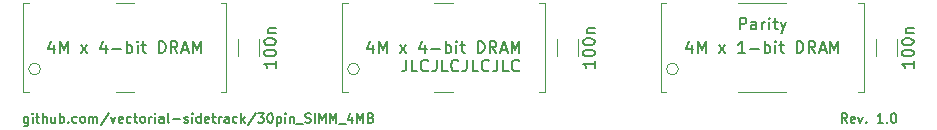
<source format=gbr>
%TF.GenerationSoftware,KiCad,Pcbnew,(5.1.9-0-10_14)*%
%TF.CreationDate,2021-02-23T13:25:15+01:00*%
%TF.ProjectId,30pin_SIMM_4MB,33307069-6e5f-4534-994d-4d5f344d422e,rev?*%
%TF.SameCoordinates,Original*%
%TF.FileFunction,Legend,Top*%
%TF.FilePolarity,Positive*%
%FSLAX46Y46*%
G04 Gerber Fmt 4.6, Leading zero omitted, Abs format (unit mm)*
G04 Created by KiCad (PCBNEW (5.1.9-0-10_14)) date 2021-02-23 13:25:15*
%MOMM*%
%LPD*%
G01*
G04 APERTURE LIST*
%ADD10C,0.150000*%
%ADD11C,0.120000*%
G04 APERTURE END LIST*
D10*
X168071428Y-87352380D02*
X168071428Y-86352380D01*
X168452380Y-86352380D01*
X168547619Y-86400000D01*
X168595238Y-86447619D01*
X168642857Y-86542857D01*
X168642857Y-86685714D01*
X168595238Y-86780952D01*
X168547619Y-86828571D01*
X168452380Y-86876190D01*
X168071428Y-86876190D01*
X169500000Y-87352380D02*
X169500000Y-86828571D01*
X169452380Y-86733333D01*
X169357142Y-86685714D01*
X169166666Y-86685714D01*
X169071428Y-86733333D01*
X169500000Y-87304761D02*
X169404761Y-87352380D01*
X169166666Y-87352380D01*
X169071428Y-87304761D01*
X169023809Y-87209523D01*
X169023809Y-87114285D01*
X169071428Y-87019047D01*
X169166666Y-86971428D01*
X169404761Y-86971428D01*
X169500000Y-86923809D01*
X169976190Y-87352380D02*
X169976190Y-86685714D01*
X169976190Y-86876190D02*
X170023809Y-86780952D01*
X170071428Y-86733333D01*
X170166666Y-86685714D01*
X170261904Y-86685714D01*
X170595238Y-87352380D02*
X170595238Y-86685714D01*
X170595238Y-86352380D02*
X170547619Y-86400000D01*
X170595238Y-86447619D01*
X170642857Y-86400000D01*
X170595238Y-86352380D01*
X170595238Y-86447619D01*
X170928571Y-86685714D02*
X171309523Y-86685714D01*
X171071428Y-86352380D02*
X171071428Y-87209523D01*
X171119047Y-87304761D01*
X171214285Y-87352380D01*
X171309523Y-87352380D01*
X171547619Y-86685714D02*
X171785714Y-87352380D01*
X172023809Y-86685714D02*
X171785714Y-87352380D01*
X171690476Y-87590476D01*
X171642857Y-87638095D01*
X171547619Y-87685714D01*
X139840952Y-89902380D02*
X139840952Y-90616666D01*
X139793333Y-90759523D01*
X139698095Y-90854761D01*
X139555238Y-90902380D01*
X139460000Y-90902380D01*
X140793333Y-90902380D02*
X140317142Y-90902380D01*
X140317142Y-89902380D01*
X141698095Y-90807142D02*
X141650476Y-90854761D01*
X141507619Y-90902380D01*
X141412380Y-90902380D01*
X141269523Y-90854761D01*
X141174285Y-90759523D01*
X141126666Y-90664285D01*
X141079047Y-90473809D01*
X141079047Y-90330952D01*
X141126666Y-90140476D01*
X141174285Y-90045238D01*
X141269523Y-89950000D01*
X141412380Y-89902380D01*
X141507619Y-89902380D01*
X141650476Y-89950000D01*
X141698095Y-89997619D01*
X142412380Y-89902380D02*
X142412380Y-90616666D01*
X142364761Y-90759523D01*
X142269523Y-90854761D01*
X142126666Y-90902380D01*
X142031428Y-90902380D01*
X143364761Y-90902380D02*
X142888571Y-90902380D01*
X142888571Y-89902380D01*
X144269523Y-90807142D02*
X144221904Y-90854761D01*
X144079047Y-90902380D01*
X143983809Y-90902380D01*
X143840952Y-90854761D01*
X143745714Y-90759523D01*
X143698095Y-90664285D01*
X143650476Y-90473809D01*
X143650476Y-90330952D01*
X143698095Y-90140476D01*
X143745714Y-90045238D01*
X143840952Y-89950000D01*
X143983809Y-89902380D01*
X144079047Y-89902380D01*
X144221904Y-89950000D01*
X144269523Y-89997619D01*
X144983809Y-89902380D02*
X144983809Y-90616666D01*
X144936190Y-90759523D01*
X144840952Y-90854761D01*
X144698095Y-90902380D01*
X144602857Y-90902380D01*
X145936190Y-90902380D02*
X145460000Y-90902380D01*
X145460000Y-89902380D01*
X146840952Y-90807142D02*
X146793333Y-90854761D01*
X146650476Y-90902380D01*
X146555238Y-90902380D01*
X146412380Y-90854761D01*
X146317142Y-90759523D01*
X146269523Y-90664285D01*
X146221904Y-90473809D01*
X146221904Y-90330952D01*
X146269523Y-90140476D01*
X146317142Y-90045238D01*
X146412380Y-89950000D01*
X146555238Y-89902380D01*
X146650476Y-89902380D01*
X146793333Y-89950000D01*
X146840952Y-89997619D01*
X147555238Y-89902380D02*
X147555238Y-90616666D01*
X147507619Y-90759523D01*
X147412380Y-90854761D01*
X147269523Y-90902380D01*
X147174285Y-90902380D01*
X148507619Y-90902380D02*
X148031428Y-90902380D01*
X148031428Y-89902380D01*
X149412380Y-90807142D02*
X149364761Y-90854761D01*
X149221904Y-90902380D01*
X149126666Y-90902380D01*
X148983809Y-90854761D01*
X148888571Y-90759523D01*
X148840952Y-90664285D01*
X148793333Y-90473809D01*
X148793333Y-90330952D01*
X148840952Y-90140476D01*
X148888571Y-90045238D01*
X148983809Y-89950000D01*
X149126666Y-89902380D01*
X149221904Y-89902380D01*
X149364761Y-89950000D01*
X149412380Y-89997619D01*
X107830833Y-94728571D02*
X107830833Y-95376190D01*
X107792738Y-95452380D01*
X107754642Y-95490476D01*
X107678452Y-95528571D01*
X107564166Y-95528571D01*
X107487976Y-95490476D01*
X107830833Y-95223809D02*
X107754642Y-95261904D01*
X107602261Y-95261904D01*
X107526071Y-95223809D01*
X107487976Y-95185714D01*
X107449880Y-95109523D01*
X107449880Y-94880952D01*
X107487976Y-94804761D01*
X107526071Y-94766666D01*
X107602261Y-94728571D01*
X107754642Y-94728571D01*
X107830833Y-94766666D01*
X108211785Y-95261904D02*
X108211785Y-94728571D01*
X108211785Y-94461904D02*
X108173690Y-94500000D01*
X108211785Y-94538095D01*
X108249880Y-94500000D01*
X108211785Y-94461904D01*
X108211785Y-94538095D01*
X108478452Y-94728571D02*
X108783214Y-94728571D01*
X108592738Y-94461904D02*
X108592738Y-95147619D01*
X108630833Y-95223809D01*
X108707023Y-95261904D01*
X108783214Y-95261904D01*
X109049880Y-95261904D02*
X109049880Y-94461904D01*
X109392738Y-95261904D02*
X109392738Y-94842857D01*
X109354642Y-94766666D01*
X109278452Y-94728571D01*
X109164166Y-94728571D01*
X109087976Y-94766666D01*
X109049880Y-94804761D01*
X110116547Y-94728571D02*
X110116547Y-95261904D01*
X109773690Y-94728571D02*
X109773690Y-95147619D01*
X109811785Y-95223809D01*
X109887976Y-95261904D01*
X110002261Y-95261904D01*
X110078452Y-95223809D01*
X110116547Y-95185714D01*
X110497500Y-95261904D02*
X110497500Y-94461904D01*
X110497500Y-94766666D02*
X110573690Y-94728571D01*
X110726071Y-94728571D01*
X110802261Y-94766666D01*
X110840357Y-94804761D01*
X110878452Y-94880952D01*
X110878452Y-95109523D01*
X110840357Y-95185714D01*
X110802261Y-95223809D01*
X110726071Y-95261904D01*
X110573690Y-95261904D01*
X110497500Y-95223809D01*
X111221309Y-95185714D02*
X111259404Y-95223809D01*
X111221309Y-95261904D01*
X111183214Y-95223809D01*
X111221309Y-95185714D01*
X111221309Y-95261904D01*
X111945119Y-95223809D02*
X111868928Y-95261904D01*
X111716547Y-95261904D01*
X111640357Y-95223809D01*
X111602261Y-95185714D01*
X111564166Y-95109523D01*
X111564166Y-94880952D01*
X111602261Y-94804761D01*
X111640357Y-94766666D01*
X111716547Y-94728571D01*
X111868928Y-94728571D01*
X111945119Y-94766666D01*
X112402261Y-95261904D02*
X112326071Y-95223809D01*
X112287976Y-95185714D01*
X112249880Y-95109523D01*
X112249880Y-94880952D01*
X112287976Y-94804761D01*
X112326071Y-94766666D01*
X112402261Y-94728571D01*
X112516547Y-94728571D01*
X112592738Y-94766666D01*
X112630833Y-94804761D01*
X112668928Y-94880952D01*
X112668928Y-95109523D01*
X112630833Y-95185714D01*
X112592738Y-95223809D01*
X112516547Y-95261904D01*
X112402261Y-95261904D01*
X113011785Y-95261904D02*
X113011785Y-94728571D01*
X113011785Y-94804761D02*
X113049880Y-94766666D01*
X113126071Y-94728571D01*
X113240357Y-94728571D01*
X113316547Y-94766666D01*
X113354642Y-94842857D01*
X113354642Y-95261904D01*
X113354642Y-94842857D02*
X113392738Y-94766666D01*
X113468928Y-94728571D01*
X113583214Y-94728571D01*
X113659404Y-94766666D01*
X113697500Y-94842857D01*
X113697500Y-95261904D01*
X114649880Y-94423809D02*
X113964166Y-95452380D01*
X114840357Y-94728571D02*
X115030833Y-95261904D01*
X115221309Y-94728571D01*
X115830833Y-95223809D02*
X115754642Y-95261904D01*
X115602261Y-95261904D01*
X115526071Y-95223809D01*
X115487976Y-95147619D01*
X115487976Y-94842857D01*
X115526071Y-94766666D01*
X115602261Y-94728571D01*
X115754642Y-94728571D01*
X115830833Y-94766666D01*
X115868928Y-94842857D01*
X115868928Y-94919047D01*
X115487976Y-94995238D01*
X116554642Y-95223809D02*
X116478452Y-95261904D01*
X116326071Y-95261904D01*
X116249880Y-95223809D01*
X116211785Y-95185714D01*
X116173690Y-95109523D01*
X116173690Y-94880952D01*
X116211785Y-94804761D01*
X116249880Y-94766666D01*
X116326071Y-94728571D01*
X116478452Y-94728571D01*
X116554642Y-94766666D01*
X116783214Y-94728571D02*
X117087976Y-94728571D01*
X116897500Y-94461904D02*
X116897500Y-95147619D01*
X116935595Y-95223809D01*
X117011785Y-95261904D01*
X117087976Y-95261904D01*
X117468928Y-95261904D02*
X117392738Y-95223809D01*
X117354642Y-95185714D01*
X117316547Y-95109523D01*
X117316547Y-94880952D01*
X117354642Y-94804761D01*
X117392738Y-94766666D01*
X117468928Y-94728571D01*
X117583214Y-94728571D01*
X117659404Y-94766666D01*
X117697500Y-94804761D01*
X117735595Y-94880952D01*
X117735595Y-95109523D01*
X117697500Y-95185714D01*
X117659404Y-95223809D01*
X117583214Y-95261904D01*
X117468928Y-95261904D01*
X118078452Y-95261904D02*
X118078452Y-94728571D01*
X118078452Y-94880952D02*
X118116547Y-94804761D01*
X118154642Y-94766666D01*
X118230833Y-94728571D01*
X118307023Y-94728571D01*
X118573690Y-95261904D02*
X118573690Y-94728571D01*
X118573690Y-94461904D02*
X118535595Y-94500000D01*
X118573690Y-94538095D01*
X118611785Y-94500000D01*
X118573690Y-94461904D01*
X118573690Y-94538095D01*
X119297500Y-95261904D02*
X119297500Y-94842857D01*
X119259404Y-94766666D01*
X119183214Y-94728571D01*
X119030833Y-94728571D01*
X118954642Y-94766666D01*
X119297500Y-95223809D02*
X119221309Y-95261904D01*
X119030833Y-95261904D01*
X118954642Y-95223809D01*
X118916547Y-95147619D01*
X118916547Y-95071428D01*
X118954642Y-94995238D01*
X119030833Y-94957142D01*
X119221309Y-94957142D01*
X119297500Y-94919047D01*
X119792738Y-95261904D02*
X119716547Y-95223809D01*
X119678452Y-95147619D01*
X119678452Y-94461904D01*
X120097500Y-94957142D02*
X120707023Y-94957142D01*
X121049880Y-95223809D02*
X121126071Y-95261904D01*
X121278452Y-95261904D01*
X121354642Y-95223809D01*
X121392738Y-95147619D01*
X121392738Y-95109523D01*
X121354642Y-95033333D01*
X121278452Y-94995238D01*
X121164166Y-94995238D01*
X121087976Y-94957142D01*
X121049880Y-94880952D01*
X121049880Y-94842857D01*
X121087976Y-94766666D01*
X121164166Y-94728571D01*
X121278452Y-94728571D01*
X121354642Y-94766666D01*
X121735595Y-95261904D02*
X121735595Y-94728571D01*
X121735595Y-94461904D02*
X121697500Y-94500000D01*
X121735595Y-94538095D01*
X121773690Y-94500000D01*
X121735595Y-94461904D01*
X121735595Y-94538095D01*
X122459404Y-95261904D02*
X122459404Y-94461904D01*
X122459404Y-95223809D02*
X122383214Y-95261904D01*
X122230833Y-95261904D01*
X122154642Y-95223809D01*
X122116547Y-95185714D01*
X122078452Y-95109523D01*
X122078452Y-94880952D01*
X122116547Y-94804761D01*
X122154642Y-94766666D01*
X122230833Y-94728571D01*
X122383214Y-94728571D01*
X122459404Y-94766666D01*
X123145119Y-95223809D02*
X123068928Y-95261904D01*
X122916547Y-95261904D01*
X122840357Y-95223809D01*
X122802261Y-95147619D01*
X122802261Y-94842857D01*
X122840357Y-94766666D01*
X122916547Y-94728571D01*
X123068928Y-94728571D01*
X123145119Y-94766666D01*
X123183214Y-94842857D01*
X123183214Y-94919047D01*
X122802261Y-94995238D01*
X123411785Y-94728571D02*
X123716547Y-94728571D01*
X123526071Y-94461904D02*
X123526071Y-95147619D01*
X123564166Y-95223809D01*
X123640357Y-95261904D01*
X123716547Y-95261904D01*
X123983214Y-95261904D02*
X123983214Y-94728571D01*
X123983214Y-94880952D02*
X124021309Y-94804761D01*
X124059404Y-94766666D01*
X124135595Y-94728571D01*
X124211785Y-94728571D01*
X124821309Y-95261904D02*
X124821309Y-94842857D01*
X124783214Y-94766666D01*
X124707023Y-94728571D01*
X124554642Y-94728571D01*
X124478452Y-94766666D01*
X124821309Y-95223809D02*
X124745119Y-95261904D01*
X124554642Y-95261904D01*
X124478452Y-95223809D01*
X124440357Y-95147619D01*
X124440357Y-95071428D01*
X124478452Y-94995238D01*
X124554642Y-94957142D01*
X124745119Y-94957142D01*
X124821309Y-94919047D01*
X125545119Y-95223809D02*
X125468928Y-95261904D01*
X125316547Y-95261904D01*
X125240357Y-95223809D01*
X125202261Y-95185714D01*
X125164166Y-95109523D01*
X125164166Y-94880952D01*
X125202261Y-94804761D01*
X125240357Y-94766666D01*
X125316547Y-94728571D01*
X125468928Y-94728571D01*
X125545119Y-94766666D01*
X125887976Y-95261904D02*
X125887976Y-94461904D01*
X125964166Y-94957142D02*
X126192738Y-95261904D01*
X126192738Y-94728571D02*
X125887976Y-95033333D01*
X127107023Y-94423809D02*
X126421309Y-95452380D01*
X127297500Y-94461904D02*
X127792738Y-94461904D01*
X127526071Y-94766666D01*
X127640357Y-94766666D01*
X127716547Y-94804761D01*
X127754642Y-94842857D01*
X127792738Y-94919047D01*
X127792738Y-95109523D01*
X127754642Y-95185714D01*
X127716547Y-95223809D01*
X127640357Y-95261904D01*
X127411785Y-95261904D01*
X127335595Y-95223809D01*
X127297500Y-95185714D01*
X128287976Y-94461904D02*
X128364166Y-94461904D01*
X128440357Y-94500000D01*
X128478452Y-94538095D01*
X128516547Y-94614285D01*
X128554642Y-94766666D01*
X128554642Y-94957142D01*
X128516547Y-95109523D01*
X128478452Y-95185714D01*
X128440357Y-95223809D01*
X128364166Y-95261904D01*
X128287976Y-95261904D01*
X128211785Y-95223809D01*
X128173690Y-95185714D01*
X128135595Y-95109523D01*
X128097500Y-94957142D01*
X128097500Y-94766666D01*
X128135595Y-94614285D01*
X128173690Y-94538095D01*
X128211785Y-94500000D01*
X128287976Y-94461904D01*
X128897500Y-94728571D02*
X128897500Y-95528571D01*
X128897500Y-94766666D02*
X128973690Y-94728571D01*
X129126071Y-94728571D01*
X129202261Y-94766666D01*
X129240357Y-94804761D01*
X129278452Y-94880952D01*
X129278452Y-95109523D01*
X129240357Y-95185714D01*
X129202261Y-95223809D01*
X129126071Y-95261904D01*
X128973690Y-95261904D01*
X128897500Y-95223809D01*
X129621309Y-95261904D02*
X129621309Y-94728571D01*
X129621309Y-94461904D02*
X129583214Y-94500000D01*
X129621309Y-94538095D01*
X129659404Y-94500000D01*
X129621309Y-94461904D01*
X129621309Y-94538095D01*
X130002261Y-94728571D02*
X130002261Y-95261904D01*
X130002261Y-94804761D02*
X130040357Y-94766666D01*
X130116547Y-94728571D01*
X130230833Y-94728571D01*
X130307023Y-94766666D01*
X130345119Y-94842857D01*
X130345119Y-95261904D01*
X130535595Y-95338095D02*
X131145119Y-95338095D01*
X131297500Y-95223809D02*
X131411785Y-95261904D01*
X131602261Y-95261904D01*
X131678452Y-95223809D01*
X131716547Y-95185714D01*
X131754642Y-95109523D01*
X131754642Y-95033333D01*
X131716547Y-94957142D01*
X131678452Y-94919047D01*
X131602261Y-94880952D01*
X131449880Y-94842857D01*
X131373690Y-94804761D01*
X131335595Y-94766666D01*
X131297500Y-94690476D01*
X131297500Y-94614285D01*
X131335595Y-94538095D01*
X131373690Y-94500000D01*
X131449880Y-94461904D01*
X131640357Y-94461904D01*
X131754642Y-94500000D01*
X132097500Y-95261904D02*
X132097500Y-94461904D01*
X132478452Y-95261904D02*
X132478452Y-94461904D01*
X132745119Y-95033333D01*
X133011785Y-94461904D01*
X133011785Y-95261904D01*
X133392738Y-95261904D02*
X133392738Y-94461904D01*
X133659404Y-95033333D01*
X133926071Y-94461904D01*
X133926071Y-95261904D01*
X134116547Y-95338095D02*
X134726071Y-95338095D01*
X135259404Y-94728571D02*
X135259404Y-95261904D01*
X135068928Y-94423809D02*
X134878452Y-94995238D01*
X135373690Y-94995238D01*
X135678452Y-95261904D02*
X135678452Y-94461904D01*
X135945119Y-95033333D01*
X136211785Y-94461904D01*
X136211785Y-95261904D01*
X136859404Y-94842857D02*
X136973690Y-94880952D01*
X137011785Y-94919047D01*
X137049880Y-94995238D01*
X137049880Y-95109523D01*
X137011785Y-95185714D01*
X136973690Y-95223809D01*
X136897500Y-95261904D01*
X136592738Y-95261904D01*
X136592738Y-94461904D01*
X136859404Y-94461904D01*
X136935595Y-94500000D01*
X136973690Y-94538095D01*
X137011785Y-94614285D01*
X137011785Y-94690476D01*
X136973690Y-94766666D01*
X136935595Y-94804761D01*
X136859404Y-94842857D01*
X136592738Y-94842857D01*
X177159642Y-95261904D02*
X176892976Y-94880952D01*
X176702500Y-95261904D02*
X176702500Y-94461904D01*
X177007261Y-94461904D01*
X177083452Y-94500000D01*
X177121547Y-94538095D01*
X177159642Y-94614285D01*
X177159642Y-94728571D01*
X177121547Y-94804761D01*
X177083452Y-94842857D01*
X177007261Y-94880952D01*
X176702500Y-94880952D01*
X177807261Y-95223809D02*
X177731071Y-95261904D01*
X177578690Y-95261904D01*
X177502500Y-95223809D01*
X177464404Y-95147619D01*
X177464404Y-94842857D01*
X177502500Y-94766666D01*
X177578690Y-94728571D01*
X177731071Y-94728571D01*
X177807261Y-94766666D01*
X177845357Y-94842857D01*
X177845357Y-94919047D01*
X177464404Y-94995238D01*
X178112023Y-94728571D02*
X178302500Y-95261904D01*
X178492976Y-94728571D01*
X178797738Y-95185714D02*
X178835833Y-95223809D01*
X178797738Y-95261904D01*
X178759642Y-95223809D01*
X178797738Y-95185714D01*
X178797738Y-95261904D01*
X180207261Y-95261904D02*
X179750119Y-95261904D01*
X179978690Y-95261904D02*
X179978690Y-94461904D01*
X179902500Y-94576190D01*
X179826309Y-94652380D01*
X179750119Y-94690476D01*
X180550119Y-95185714D02*
X180588214Y-95223809D01*
X180550119Y-95261904D01*
X180512023Y-95223809D01*
X180550119Y-95185714D01*
X180550119Y-95261904D01*
X181083452Y-94461904D02*
X181159642Y-94461904D01*
X181235833Y-94500000D01*
X181273928Y-94538095D01*
X181312023Y-94614285D01*
X181350119Y-94766666D01*
X181350119Y-94957142D01*
X181312023Y-95109523D01*
X181273928Y-95185714D01*
X181235833Y-95223809D01*
X181159642Y-95261904D01*
X181083452Y-95261904D01*
X181007261Y-95223809D01*
X180969166Y-95185714D01*
X180931071Y-95109523D01*
X180892976Y-94957142D01*
X180892976Y-94766666D01*
X180931071Y-94614285D01*
X180969166Y-94538095D01*
X181007261Y-94500000D01*
X181083452Y-94461904D01*
D11*
%TO.C,IC3*%
X178600000Y-85150000D02*
X178120000Y-85150000D01*
X161400000Y-85150000D02*
X161880000Y-85150000D01*
X178600000Y-92650000D02*
X178120000Y-92650000D01*
X161400000Y-92650000D02*
X161400000Y-85150000D01*
X178600000Y-85150000D02*
X178600000Y-92650000D01*
X162880000Y-90700000D02*
G75*
G03*
X162880000Y-90700000I-500000J0D01*
G01*
X172040000Y-92650000D02*
X167960000Y-92650000D01*
X161400000Y-92650000D02*
X161880000Y-92650000D01*
X172040000Y-85150000D02*
X167960000Y-85150000D01*
%TO.C,IC2*%
X134400000Y-85150000D02*
X134880000Y-85150000D01*
X134400000Y-92650000D02*
X134880000Y-92650000D01*
X135880000Y-90700000D02*
G75*
G03*
X135880000Y-90700000I-500000J0D01*
G01*
X151600000Y-85150000D02*
X151600000Y-92650000D01*
X134400000Y-92650000D02*
X134400000Y-85150000D01*
X151600000Y-85150000D02*
X151120000Y-85150000D01*
X151600000Y-92650000D02*
X151120000Y-92650000D01*
X142230000Y-92650000D02*
X143770000Y-92650000D01*
X142230000Y-85150000D02*
X143770000Y-85150000D01*
%TO.C,IC1*%
X107400000Y-85150000D02*
X107880000Y-85150000D01*
X107400000Y-92650000D02*
X107880000Y-92650000D01*
X108880000Y-90700000D02*
G75*
G03*
X108880000Y-90700000I-500000J0D01*
G01*
X124600000Y-85150000D02*
X124600000Y-92650000D01*
X107400000Y-92650000D02*
X107400000Y-85150000D01*
X124600000Y-85150000D02*
X124120000Y-85150000D01*
X124600000Y-92650000D02*
X124120000Y-92650000D01*
X115230000Y-92650000D02*
X116770000Y-92650000D01*
X115230000Y-85150000D02*
X116770000Y-85150000D01*
%TO.C,C3*%
X181410000Y-89611252D02*
X181410000Y-88188748D01*
X179590000Y-89611252D02*
X179590000Y-88188748D01*
%TO.C,C2*%
X154410000Y-89611252D02*
X154410000Y-88188748D01*
X152590000Y-89611252D02*
X152590000Y-88188748D01*
%TO.C,C1*%
X127410000Y-89611252D02*
X127410000Y-88188748D01*
X125590000Y-89611252D02*
X125590000Y-88188748D01*
%TD*%
%TO.C,IC3*%
D10*
X164000000Y-88685714D02*
X164000000Y-89352380D01*
X163761904Y-88304761D02*
X163523809Y-89019047D01*
X164142857Y-89019047D01*
X164523809Y-89352380D02*
X164523809Y-88352380D01*
X164857142Y-89066666D01*
X165190476Y-88352380D01*
X165190476Y-89352380D01*
X166333333Y-89352380D02*
X166857142Y-88685714D01*
X166333333Y-88685714D02*
X166857142Y-89352380D01*
X168523809Y-89352380D02*
X167952380Y-89352380D01*
X168238095Y-89352380D02*
X168238095Y-88352380D01*
X168142857Y-88495238D01*
X168047619Y-88590476D01*
X167952380Y-88638095D01*
X168952380Y-88971428D02*
X169714285Y-88971428D01*
X170190476Y-89352380D02*
X170190476Y-88352380D01*
X170190476Y-88733333D02*
X170285714Y-88685714D01*
X170476190Y-88685714D01*
X170571428Y-88733333D01*
X170619047Y-88780952D01*
X170666666Y-88876190D01*
X170666666Y-89161904D01*
X170619047Y-89257142D01*
X170571428Y-89304761D01*
X170476190Y-89352380D01*
X170285714Y-89352380D01*
X170190476Y-89304761D01*
X171095238Y-89352380D02*
X171095238Y-88685714D01*
X171095238Y-88352380D02*
X171047619Y-88400000D01*
X171095238Y-88447619D01*
X171142857Y-88400000D01*
X171095238Y-88352380D01*
X171095238Y-88447619D01*
X171428571Y-88685714D02*
X171809523Y-88685714D01*
X171571428Y-88352380D02*
X171571428Y-89209523D01*
X171619047Y-89304761D01*
X171714285Y-89352380D01*
X171809523Y-89352380D01*
X172904761Y-89352380D02*
X172904761Y-88352380D01*
X173142857Y-88352380D01*
X173285714Y-88400000D01*
X173380952Y-88495238D01*
X173428571Y-88590476D01*
X173476190Y-88780952D01*
X173476190Y-88923809D01*
X173428571Y-89114285D01*
X173380952Y-89209523D01*
X173285714Y-89304761D01*
X173142857Y-89352380D01*
X172904761Y-89352380D01*
X174476190Y-89352380D02*
X174142857Y-88876190D01*
X173904761Y-89352380D02*
X173904761Y-88352380D01*
X174285714Y-88352380D01*
X174380952Y-88400000D01*
X174428571Y-88447619D01*
X174476190Y-88542857D01*
X174476190Y-88685714D01*
X174428571Y-88780952D01*
X174380952Y-88828571D01*
X174285714Y-88876190D01*
X173904761Y-88876190D01*
X174857142Y-89066666D02*
X175333333Y-89066666D01*
X174761904Y-89352380D02*
X175095238Y-88352380D01*
X175428571Y-89352380D01*
X175761904Y-89352380D02*
X175761904Y-88352380D01*
X176095238Y-89066666D01*
X176428571Y-88352380D01*
X176428571Y-89352380D01*
%TO.C,IC2*%
X137000000Y-88685714D02*
X137000000Y-89352380D01*
X136761904Y-88304761D02*
X136523809Y-89019047D01*
X137142857Y-89019047D01*
X137523809Y-89352380D02*
X137523809Y-88352380D01*
X137857142Y-89066666D01*
X138190476Y-88352380D01*
X138190476Y-89352380D01*
X139333333Y-89352380D02*
X139857142Y-88685714D01*
X139333333Y-88685714D02*
X139857142Y-89352380D01*
X141428571Y-88685714D02*
X141428571Y-89352380D01*
X141190476Y-88304761D02*
X140952380Y-89019047D01*
X141571428Y-89019047D01*
X141952380Y-88971428D02*
X142714285Y-88971428D01*
X143190476Y-89352380D02*
X143190476Y-88352380D01*
X143190476Y-88733333D02*
X143285714Y-88685714D01*
X143476190Y-88685714D01*
X143571428Y-88733333D01*
X143619047Y-88780952D01*
X143666666Y-88876190D01*
X143666666Y-89161904D01*
X143619047Y-89257142D01*
X143571428Y-89304761D01*
X143476190Y-89352380D01*
X143285714Y-89352380D01*
X143190476Y-89304761D01*
X144095238Y-89352380D02*
X144095238Y-88685714D01*
X144095238Y-88352380D02*
X144047619Y-88400000D01*
X144095238Y-88447619D01*
X144142857Y-88400000D01*
X144095238Y-88352380D01*
X144095238Y-88447619D01*
X144428571Y-88685714D02*
X144809523Y-88685714D01*
X144571428Y-88352380D02*
X144571428Y-89209523D01*
X144619047Y-89304761D01*
X144714285Y-89352380D01*
X144809523Y-89352380D01*
X145904761Y-89352380D02*
X145904761Y-88352380D01*
X146142857Y-88352380D01*
X146285714Y-88400000D01*
X146380952Y-88495238D01*
X146428571Y-88590476D01*
X146476190Y-88780952D01*
X146476190Y-88923809D01*
X146428571Y-89114285D01*
X146380952Y-89209523D01*
X146285714Y-89304761D01*
X146142857Y-89352380D01*
X145904761Y-89352380D01*
X147476190Y-89352380D02*
X147142857Y-88876190D01*
X146904761Y-89352380D02*
X146904761Y-88352380D01*
X147285714Y-88352380D01*
X147380952Y-88400000D01*
X147428571Y-88447619D01*
X147476190Y-88542857D01*
X147476190Y-88685714D01*
X147428571Y-88780952D01*
X147380952Y-88828571D01*
X147285714Y-88876190D01*
X146904761Y-88876190D01*
X147857142Y-89066666D02*
X148333333Y-89066666D01*
X147761904Y-89352380D02*
X148095238Y-88352380D01*
X148428571Y-89352380D01*
X148761904Y-89352380D02*
X148761904Y-88352380D01*
X149095238Y-89066666D01*
X149428571Y-88352380D01*
X149428571Y-89352380D01*
%TO.C,IC1*%
X110000000Y-88685714D02*
X110000000Y-89352380D01*
X109761904Y-88304761D02*
X109523809Y-89019047D01*
X110142857Y-89019047D01*
X110523809Y-89352380D02*
X110523809Y-88352380D01*
X110857142Y-89066666D01*
X111190476Y-88352380D01*
X111190476Y-89352380D01*
X112333333Y-89352380D02*
X112857142Y-88685714D01*
X112333333Y-88685714D02*
X112857142Y-89352380D01*
X114428571Y-88685714D02*
X114428571Y-89352380D01*
X114190476Y-88304761D02*
X113952380Y-89019047D01*
X114571428Y-89019047D01*
X114952380Y-88971428D02*
X115714285Y-88971428D01*
X116190476Y-89352380D02*
X116190476Y-88352380D01*
X116190476Y-88733333D02*
X116285714Y-88685714D01*
X116476190Y-88685714D01*
X116571428Y-88733333D01*
X116619047Y-88780952D01*
X116666666Y-88876190D01*
X116666666Y-89161904D01*
X116619047Y-89257142D01*
X116571428Y-89304761D01*
X116476190Y-89352380D01*
X116285714Y-89352380D01*
X116190476Y-89304761D01*
X117095238Y-89352380D02*
X117095238Y-88685714D01*
X117095238Y-88352380D02*
X117047619Y-88400000D01*
X117095238Y-88447619D01*
X117142857Y-88400000D01*
X117095238Y-88352380D01*
X117095238Y-88447619D01*
X117428571Y-88685714D02*
X117809523Y-88685714D01*
X117571428Y-88352380D02*
X117571428Y-89209523D01*
X117619047Y-89304761D01*
X117714285Y-89352380D01*
X117809523Y-89352380D01*
X118904761Y-89352380D02*
X118904761Y-88352380D01*
X119142857Y-88352380D01*
X119285714Y-88400000D01*
X119380952Y-88495238D01*
X119428571Y-88590476D01*
X119476190Y-88780952D01*
X119476190Y-88923809D01*
X119428571Y-89114285D01*
X119380952Y-89209523D01*
X119285714Y-89304761D01*
X119142857Y-89352380D01*
X118904761Y-89352380D01*
X120476190Y-89352380D02*
X120142857Y-88876190D01*
X119904761Y-89352380D02*
X119904761Y-88352380D01*
X120285714Y-88352380D01*
X120380952Y-88400000D01*
X120428571Y-88447619D01*
X120476190Y-88542857D01*
X120476190Y-88685714D01*
X120428571Y-88780952D01*
X120380952Y-88828571D01*
X120285714Y-88876190D01*
X119904761Y-88876190D01*
X120857142Y-89066666D02*
X121333333Y-89066666D01*
X120761904Y-89352380D02*
X121095238Y-88352380D01*
X121428571Y-89352380D01*
X121761904Y-89352380D02*
X121761904Y-88352380D01*
X122095238Y-89066666D01*
X122428571Y-88352380D01*
X122428571Y-89352380D01*
%TO.C,C3*%
X182802380Y-90019047D02*
X182802380Y-90590476D01*
X182802380Y-90304761D02*
X181802380Y-90304761D01*
X181945238Y-90400000D01*
X182040476Y-90495238D01*
X182088095Y-90590476D01*
X181802380Y-89400000D02*
X181802380Y-89304761D01*
X181850000Y-89209523D01*
X181897619Y-89161904D01*
X181992857Y-89114285D01*
X182183333Y-89066666D01*
X182421428Y-89066666D01*
X182611904Y-89114285D01*
X182707142Y-89161904D01*
X182754761Y-89209523D01*
X182802380Y-89304761D01*
X182802380Y-89400000D01*
X182754761Y-89495238D01*
X182707142Y-89542857D01*
X182611904Y-89590476D01*
X182421428Y-89638095D01*
X182183333Y-89638095D01*
X181992857Y-89590476D01*
X181897619Y-89542857D01*
X181850000Y-89495238D01*
X181802380Y-89400000D01*
X181802380Y-88447619D02*
X181802380Y-88352380D01*
X181850000Y-88257142D01*
X181897619Y-88209523D01*
X181992857Y-88161904D01*
X182183333Y-88114285D01*
X182421428Y-88114285D01*
X182611904Y-88161904D01*
X182707142Y-88209523D01*
X182754761Y-88257142D01*
X182802380Y-88352380D01*
X182802380Y-88447619D01*
X182754761Y-88542857D01*
X182707142Y-88590476D01*
X182611904Y-88638095D01*
X182421428Y-88685714D01*
X182183333Y-88685714D01*
X181992857Y-88638095D01*
X181897619Y-88590476D01*
X181850000Y-88542857D01*
X181802380Y-88447619D01*
X182135714Y-87685714D02*
X182802380Y-87685714D01*
X182230952Y-87685714D02*
X182183333Y-87638095D01*
X182135714Y-87542857D01*
X182135714Y-87400000D01*
X182183333Y-87304761D01*
X182278571Y-87257142D01*
X182802380Y-87257142D01*
%TO.C,C2*%
X155802380Y-90019047D02*
X155802380Y-90590476D01*
X155802380Y-90304761D02*
X154802380Y-90304761D01*
X154945238Y-90400000D01*
X155040476Y-90495238D01*
X155088095Y-90590476D01*
X154802380Y-89400000D02*
X154802380Y-89304761D01*
X154850000Y-89209523D01*
X154897619Y-89161904D01*
X154992857Y-89114285D01*
X155183333Y-89066666D01*
X155421428Y-89066666D01*
X155611904Y-89114285D01*
X155707142Y-89161904D01*
X155754761Y-89209523D01*
X155802380Y-89304761D01*
X155802380Y-89400000D01*
X155754761Y-89495238D01*
X155707142Y-89542857D01*
X155611904Y-89590476D01*
X155421428Y-89638095D01*
X155183333Y-89638095D01*
X154992857Y-89590476D01*
X154897619Y-89542857D01*
X154850000Y-89495238D01*
X154802380Y-89400000D01*
X154802380Y-88447619D02*
X154802380Y-88352380D01*
X154850000Y-88257142D01*
X154897619Y-88209523D01*
X154992857Y-88161904D01*
X155183333Y-88114285D01*
X155421428Y-88114285D01*
X155611904Y-88161904D01*
X155707142Y-88209523D01*
X155754761Y-88257142D01*
X155802380Y-88352380D01*
X155802380Y-88447619D01*
X155754761Y-88542857D01*
X155707142Y-88590476D01*
X155611904Y-88638095D01*
X155421428Y-88685714D01*
X155183333Y-88685714D01*
X154992857Y-88638095D01*
X154897619Y-88590476D01*
X154850000Y-88542857D01*
X154802380Y-88447619D01*
X155135714Y-87685714D02*
X155802380Y-87685714D01*
X155230952Y-87685714D02*
X155183333Y-87638095D01*
X155135714Y-87542857D01*
X155135714Y-87400000D01*
X155183333Y-87304761D01*
X155278571Y-87257142D01*
X155802380Y-87257142D01*
%TO.C,C1*%
X128802380Y-90019047D02*
X128802380Y-90590476D01*
X128802380Y-90304761D02*
X127802380Y-90304761D01*
X127945238Y-90400000D01*
X128040476Y-90495238D01*
X128088095Y-90590476D01*
X127802380Y-89400000D02*
X127802380Y-89304761D01*
X127850000Y-89209523D01*
X127897619Y-89161904D01*
X127992857Y-89114285D01*
X128183333Y-89066666D01*
X128421428Y-89066666D01*
X128611904Y-89114285D01*
X128707142Y-89161904D01*
X128754761Y-89209523D01*
X128802380Y-89304761D01*
X128802380Y-89400000D01*
X128754761Y-89495238D01*
X128707142Y-89542857D01*
X128611904Y-89590476D01*
X128421428Y-89638095D01*
X128183333Y-89638095D01*
X127992857Y-89590476D01*
X127897619Y-89542857D01*
X127850000Y-89495238D01*
X127802380Y-89400000D01*
X127802380Y-88447619D02*
X127802380Y-88352380D01*
X127850000Y-88257142D01*
X127897619Y-88209523D01*
X127992857Y-88161904D01*
X128183333Y-88114285D01*
X128421428Y-88114285D01*
X128611904Y-88161904D01*
X128707142Y-88209523D01*
X128754761Y-88257142D01*
X128802380Y-88352380D01*
X128802380Y-88447619D01*
X128754761Y-88542857D01*
X128707142Y-88590476D01*
X128611904Y-88638095D01*
X128421428Y-88685714D01*
X128183333Y-88685714D01*
X127992857Y-88638095D01*
X127897619Y-88590476D01*
X127850000Y-88542857D01*
X127802380Y-88447619D01*
X128135714Y-87685714D02*
X128802380Y-87685714D01*
X128230952Y-87685714D02*
X128183333Y-87638095D01*
X128135714Y-87542857D01*
X128135714Y-87400000D01*
X128183333Y-87304761D01*
X128278571Y-87257142D01*
X128802380Y-87257142D01*
%TD*%
M02*

</source>
